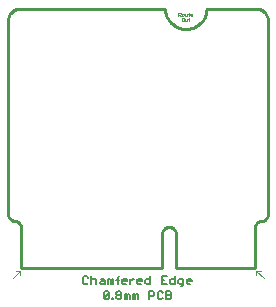
<source format=gko>
G04 EAGLE Gerber RS-274X export*
G75*
%MOMM*%
%FSLAX34Y34*%
%LPD*%
%IN*%
%IPPOS*%
%AMOC8*
5,1,8,0,0,1.08239X$1,22.5*%
G01*
%ADD10C,0.050000*%
%ADD11C,0.050800*%
%ADD12C,0.101600*%
%ADD13C,0.127000*%
%ADD14C,0.025400*%
%ADD15C,0.254000*%


D10*
X0Y46000D02*
X0Y210000D01*
X220000Y210000D02*
X220000Y46000D01*
X220000Y210000D02*
X219991Y210248D01*
X219976Y210495D01*
X219955Y210742D01*
X219928Y210988D01*
X219895Y211233D01*
X219856Y211478D01*
X219812Y211722D01*
X219761Y211964D01*
X219705Y212205D01*
X219642Y212445D01*
X219574Y212683D01*
X219501Y212920D01*
X219421Y213154D01*
X219336Y213387D01*
X219246Y213617D01*
X219149Y213846D01*
X219048Y214072D01*
X218941Y214295D01*
X218828Y214516D01*
X218710Y214734D01*
X218587Y214949D01*
X218459Y215160D01*
X218326Y215369D01*
X218188Y215575D01*
X218045Y215777D01*
X217897Y215976D01*
X217744Y216171D01*
X217586Y216362D01*
X217424Y216549D01*
X217258Y216733D01*
X217087Y216912D01*
X216912Y217087D01*
X216733Y217258D01*
X216549Y217424D01*
X216362Y217586D01*
X216171Y217744D01*
X215976Y217897D01*
X215777Y218045D01*
X215575Y218188D01*
X215369Y218326D01*
X215160Y218459D01*
X214949Y218587D01*
X214734Y218710D01*
X214516Y218828D01*
X214295Y218941D01*
X214072Y219048D01*
X213846Y219149D01*
X213617Y219246D01*
X213387Y219336D01*
X213154Y219421D01*
X212920Y219501D01*
X212683Y219574D01*
X212445Y219642D01*
X212205Y219705D01*
X211964Y219761D01*
X211722Y219812D01*
X211478Y219856D01*
X211233Y219895D01*
X210988Y219928D01*
X210742Y219955D01*
X210495Y219976D01*
X210248Y219991D01*
X210000Y220000D01*
X10000Y220000D02*
X9752Y219991D01*
X9505Y219976D01*
X9258Y219955D01*
X9012Y219928D01*
X8767Y219895D01*
X8522Y219856D01*
X8278Y219812D01*
X8036Y219761D01*
X7795Y219705D01*
X7555Y219642D01*
X7317Y219574D01*
X7080Y219501D01*
X6846Y219421D01*
X6613Y219336D01*
X6383Y219246D01*
X6154Y219149D01*
X5928Y219048D01*
X5705Y218941D01*
X5484Y218828D01*
X5266Y218710D01*
X5051Y218587D01*
X4840Y218459D01*
X4631Y218326D01*
X4425Y218188D01*
X4223Y218045D01*
X4024Y217897D01*
X3829Y217744D01*
X3638Y217586D01*
X3451Y217424D01*
X3267Y217258D01*
X3088Y217087D01*
X2913Y216912D01*
X2742Y216733D01*
X2576Y216549D01*
X2414Y216362D01*
X2256Y216171D01*
X2103Y215976D01*
X1955Y215777D01*
X1812Y215575D01*
X1674Y215369D01*
X1541Y215160D01*
X1413Y214949D01*
X1290Y214734D01*
X1172Y214516D01*
X1059Y214295D01*
X952Y214072D01*
X851Y213846D01*
X754Y213617D01*
X664Y213387D01*
X579Y213154D01*
X499Y212920D01*
X426Y212683D01*
X358Y212445D01*
X295Y212205D01*
X239Y211964D01*
X188Y211722D01*
X144Y211478D01*
X105Y211233D01*
X72Y210988D01*
X45Y210742D01*
X24Y210495D01*
X9Y210248D01*
X0Y210000D01*
X-1Y46000D02*
X6Y45844D01*
X16Y45688D01*
X30Y45533D01*
X48Y45378D01*
X70Y45224D01*
X96Y45070D01*
X126Y44917D01*
X160Y44765D01*
X197Y44614D01*
X238Y44463D01*
X283Y44314D01*
X332Y44166D01*
X385Y44019D01*
X441Y43874D01*
X501Y43730D01*
X564Y43587D01*
X631Y43447D01*
X702Y43308D01*
X776Y43170D01*
X854Y43035D01*
X934Y42902D01*
X1019Y42771D01*
X1106Y42642D01*
X1197Y42515D01*
X1291Y42390D01*
X1388Y42268D01*
X1488Y42149D01*
X1591Y42032D01*
X1697Y41918D01*
X1806Y41806D01*
X1918Y41697D01*
X2032Y41591D01*
X2149Y41488D01*
X2268Y41388D01*
X2390Y41291D01*
X2515Y41197D01*
X2642Y41106D01*
X2771Y41019D01*
X2902Y40934D01*
X3035Y40854D01*
X3170Y40776D01*
X3308Y40702D01*
X3447Y40631D01*
X3587Y40564D01*
X3730Y40501D01*
X3874Y40441D01*
X4019Y40385D01*
X4166Y40332D01*
X4314Y40283D01*
X4463Y40238D01*
X4614Y40197D01*
X4765Y40160D01*
X4917Y40126D01*
X5070Y40096D01*
X5224Y40070D01*
X5378Y40048D01*
X5533Y40030D01*
X5688Y40016D01*
X5844Y40006D01*
X6000Y39999D01*
X214000Y39999D02*
X214156Y40006D01*
X214312Y40016D01*
X214467Y40030D01*
X214622Y40048D01*
X214776Y40070D01*
X214930Y40096D01*
X215083Y40126D01*
X215235Y40160D01*
X215386Y40197D01*
X215537Y40238D01*
X215686Y40283D01*
X215834Y40332D01*
X215981Y40385D01*
X216126Y40441D01*
X216270Y40501D01*
X216413Y40564D01*
X216553Y40631D01*
X216692Y40702D01*
X216830Y40776D01*
X216965Y40854D01*
X217098Y40934D01*
X217229Y41019D01*
X217358Y41106D01*
X217485Y41197D01*
X217610Y41291D01*
X217732Y41388D01*
X217851Y41488D01*
X217968Y41591D01*
X218082Y41697D01*
X218194Y41806D01*
X218303Y41918D01*
X218409Y42032D01*
X218512Y42149D01*
X218612Y42268D01*
X218709Y42390D01*
X218803Y42515D01*
X218894Y42642D01*
X218981Y42771D01*
X219066Y42902D01*
X219146Y43035D01*
X219224Y43170D01*
X219298Y43308D01*
X219369Y43447D01*
X219436Y43587D01*
X219499Y43730D01*
X219559Y43874D01*
X219615Y44019D01*
X219668Y44166D01*
X219717Y44314D01*
X219762Y44463D01*
X219803Y44614D01*
X219840Y44765D01*
X219874Y44917D01*
X219904Y45070D01*
X219930Y45224D01*
X219952Y45378D01*
X219970Y45533D01*
X219984Y45688D01*
X219994Y45844D01*
X220001Y46000D01*
D11*
X209250Y0D02*
X142250Y0D01*
X130250Y0D02*
X10750Y0D01*
X10750Y35000D01*
X209250Y35000D02*
X209250Y0D01*
X209250Y35000D02*
X209254Y35140D01*
X209263Y35280D01*
X209275Y35420D01*
X209291Y35559D01*
X209311Y35698D01*
X209334Y35836D01*
X209362Y35974D01*
X209393Y36110D01*
X209428Y36246D01*
X209467Y36381D01*
X209509Y36515D01*
X209555Y36647D01*
X209605Y36778D01*
X209658Y36908D01*
X209715Y37036D01*
X209775Y37163D01*
X209838Y37288D01*
X209906Y37411D01*
X209976Y37532D01*
X210050Y37651D01*
X210127Y37769D01*
X210207Y37884D01*
X210290Y37996D01*
X210377Y38107D01*
X210466Y38215D01*
X210558Y38320D01*
X210653Y38423D01*
X210751Y38524D01*
X210852Y38621D01*
X210955Y38716D01*
X211061Y38808D01*
X211170Y38897D01*
X211280Y38983D01*
X211393Y39066D01*
X211509Y39146D01*
X211626Y39222D01*
X211746Y39296D01*
X211867Y39366D01*
X211991Y39432D01*
X212116Y39495D01*
X212243Y39555D01*
X212371Y39611D01*
X212501Y39664D01*
X212632Y39713D01*
X212765Y39759D01*
X212899Y39801D01*
X213034Y39839D01*
X213170Y39873D01*
X213306Y39904D01*
X213444Y39931D01*
X213582Y39954D01*
X213721Y39973D01*
X213861Y39989D01*
X214000Y40001D01*
X10750Y35000D02*
X10744Y35142D01*
X10734Y35285D01*
X10720Y35426D01*
X10702Y35568D01*
X10681Y35709D01*
X10655Y35849D01*
X10626Y35988D01*
X10593Y36127D01*
X10556Y36264D01*
X10515Y36401D01*
X10470Y36536D01*
X10422Y36670D01*
X10370Y36803D01*
X10314Y36934D01*
X10255Y37064D01*
X10192Y37192D01*
X10126Y37318D01*
X10056Y37442D01*
X9983Y37564D01*
X9907Y37684D01*
X9827Y37802D01*
X9744Y37918D01*
X9658Y38032D01*
X9569Y38143D01*
X9476Y38251D01*
X9381Y38357D01*
X9283Y38461D01*
X9182Y38561D01*
X9078Y38659D01*
X8972Y38754D01*
X8863Y38846D01*
X8752Y38934D01*
X8638Y39020D01*
X8522Y39103D01*
X8403Y39182D01*
X8283Y39258D01*
X8160Y39331D01*
X8036Y39400D01*
X7909Y39466D01*
X7781Y39528D01*
X7651Y39587D01*
X7520Y39642D01*
X7387Y39693D01*
X7253Y39741D01*
X7117Y39785D01*
X6981Y39825D01*
X6843Y39862D01*
X6704Y39894D01*
X6565Y39923D01*
X6424Y39948D01*
X6284Y39969D01*
X6142Y39986D01*
X6000Y40000D01*
D12*
X142250Y29000D02*
X142250Y0D01*
X130250Y0D02*
X130250Y29000D01*
X130252Y29153D01*
X130258Y29306D01*
X130268Y29459D01*
X130281Y29612D01*
X130299Y29764D01*
X130320Y29916D01*
X130346Y30067D01*
X130375Y30217D01*
X130408Y30367D01*
X130445Y30516D01*
X130485Y30664D01*
X130530Y30810D01*
X130578Y30956D01*
X130630Y31100D01*
X130685Y31243D01*
X130744Y31384D01*
X130807Y31524D01*
X130873Y31662D01*
X130943Y31799D01*
X131016Y31933D01*
X131093Y32066D01*
X131173Y32197D01*
X131256Y32325D01*
X131342Y32452D01*
X131432Y32576D01*
X131525Y32698D01*
X131621Y32817D01*
X131720Y32934D01*
X131822Y33049D01*
X131927Y33161D01*
X132035Y33270D01*
X132145Y33376D01*
X132258Y33479D01*
X132374Y33580D01*
X132492Y33677D01*
X132613Y33772D01*
X132736Y33863D01*
X132861Y33951D01*
X132989Y34036D01*
X133118Y34118D01*
X133250Y34196D01*
X133384Y34271D01*
X133519Y34343D01*
X133657Y34411D01*
X133796Y34475D01*
X133936Y34536D01*
X134078Y34593D01*
X134222Y34647D01*
X134367Y34697D01*
X134513Y34743D01*
X134660Y34786D01*
X134808Y34824D01*
X134958Y34859D01*
X135108Y34890D01*
X135258Y34918D01*
X135410Y34941D01*
X135562Y34960D01*
X135714Y34976D01*
X135867Y34988D01*
X136020Y34996D01*
X136173Y35000D01*
X136327Y35000D01*
X136480Y34996D01*
X136633Y34988D01*
X136786Y34976D01*
X136938Y34960D01*
X137090Y34941D01*
X137242Y34918D01*
X137392Y34890D01*
X137542Y34859D01*
X137692Y34824D01*
X137840Y34786D01*
X137987Y34743D01*
X138133Y34697D01*
X138278Y34647D01*
X138422Y34593D01*
X138564Y34536D01*
X138704Y34475D01*
X138843Y34411D01*
X138981Y34343D01*
X139116Y34271D01*
X139250Y34196D01*
X139382Y34118D01*
X139511Y34036D01*
X139639Y33951D01*
X139764Y33863D01*
X139887Y33772D01*
X140008Y33677D01*
X140126Y33580D01*
X140242Y33479D01*
X140355Y33376D01*
X140465Y33270D01*
X140573Y33161D01*
X140678Y33049D01*
X140780Y32934D01*
X140879Y32817D01*
X140975Y32698D01*
X141068Y32576D01*
X141158Y32452D01*
X141244Y32325D01*
X141327Y32197D01*
X141407Y32066D01*
X141484Y31933D01*
X141557Y31799D01*
X141627Y31662D01*
X141693Y31524D01*
X141756Y31384D01*
X141815Y31243D01*
X141870Y31100D01*
X141922Y30956D01*
X141970Y30810D01*
X142015Y30664D01*
X142055Y30516D01*
X142092Y30367D01*
X142125Y30217D01*
X142154Y30067D01*
X142180Y29916D01*
X142201Y29764D01*
X142219Y29612D01*
X142232Y29459D01*
X142242Y29306D01*
X142248Y29153D01*
X142250Y29000D01*
D10*
X214000Y39999D02*
X214156Y40006D01*
X214312Y40016D01*
X214467Y40030D01*
X214622Y40048D01*
X214776Y40070D01*
X214930Y40096D01*
X215083Y40126D01*
X215235Y40160D01*
X215386Y40197D01*
X215537Y40238D01*
X215686Y40283D01*
X215834Y40332D01*
X215981Y40385D01*
X216126Y40441D01*
X216270Y40501D01*
X216413Y40564D01*
X216553Y40631D01*
X216692Y40702D01*
X216830Y40776D01*
X216965Y40854D01*
X217098Y40934D01*
X217229Y41019D01*
X217358Y41106D01*
X217485Y41197D01*
X217610Y41291D01*
X217732Y41388D01*
X217851Y41488D01*
X217968Y41591D01*
X218082Y41697D01*
X218194Y41806D01*
X218303Y41918D01*
X218409Y42032D01*
X218512Y42149D01*
X218612Y42268D01*
X218709Y42390D01*
X218803Y42515D01*
X218894Y42642D01*
X218981Y42771D01*
X219066Y42902D01*
X219146Y43035D01*
X219224Y43170D01*
X219298Y43308D01*
X219369Y43447D01*
X219436Y43587D01*
X219499Y43730D01*
X219559Y43874D01*
X219615Y44019D01*
X219668Y44166D01*
X219717Y44314D01*
X219762Y44463D01*
X219803Y44614D01*
X219840Y44765D01*
X219874Y44917D01*
X219904Y45070D01*
X219930Y45224D01*
X219952Y45378D01*
X219970Y45533D01*
X219984Y45688D01*
X219994Y45844D01*
X220001Y46000D01*
X6000Y39999D02*
X5844Y40006D01*
X5688Y40016D01*
X5533Y40030D01*
X5378Y40048D01*
X5224Y40070D01*
X5070Y40096D01*
X4917Y40126D01*
X4765Y40160D01*
X4614Y40197D01*
X4463Y40238D01*
X4314Y40283D01*
X4166Y40332D01*
X4019Y40385D01*
X3874Y40441D01*
X3730Y40501D01*
X3587Y40564D01*
X3447Y40631D01*
X3308Y40702D01*
X3170Y40776D01*
X3035Y40854D01*
X2902Y40934D01*
X2771Y41019D01*
X2642Y41106D01*
X2515Y41197D01*
X2390Y41291D01*
X2268Y41388D01*
X2149Y41488D01*
X2032Y41591D01*
X1918Y41697D01*
X1806Y41806D01*
X1697Y41918D01*
X1591Y42032D01*
X1488Y42149D01*
X1388Y42268D01*
X1291Y42390D01*
X1197Y42515D01*
X1106Y42642D01*
X1019Y42771D01*
X934Y42902D01*
X854Y43035D01*
X776Y43170D01*
X702Y43308D01*
X631Y43447D01*
X564Y43587D01*
X501Y43730D01*
X441Y43874D01*
X385Y44019D01*
X332Y44166D01*
X283Y44314D01*
X238Y44463D01*
X197Y44614D01*
X160Y44765D01*
X126Y44917D01*
X96Y45070D01*
X70Y45224D01*
X48Y45378D01*
X30Y45533D01*
X16Y45688D01*
X6Y45844D01*
X-1Y46000D01*
X10000Y220000D02*
X133000Y220000D01*
X168000Y220000D02*
X210000Y220000D01*
X150500Y202500D02*
X150077Y202505D01*
X149655Y202520D01*
X149232Y202546D01*
X148811Y202582D01*
X148391Y202628D01*
X147971Y202684D01*
X147554Y202750D01*
X147138Y202826D01*
X146724Y202912D01*
X146312Y203009D01*
X145903Y203115D01*
X145496Y203231D01*
X145092Y203357D01*
X144692Y203492D01*
X144294Y203637D01*
X143901Y203792D01*
X143511Y203956D01*
X143125Y204130D01*
X142744Y204313D01*
X142367Y204505D01*
X141995Y204706D01*
X141628Y204916D01*
X141266Y205134D01*
X140910Y205362D01*
X140559Y205598D01*
X140214Y205842D01*
X139875Y206095D01*
X139542Y206356D01*
X139215Y206624D01*
X138895Y206901D01*
X138582Y207185D01*
X138276Y207477D01*
X137977Y207776D01*
X137685Y208082D01*
X137401Y208395D01*
X137124Y208715D01*
X136856Y209042D01*
X136595Y209375D01*
X136342Y209714D01*
X136098Y210059D01*
X135862Y210410D01*
X135634Y210766D01*
X135416Y211128D01*
X135206Y211495D01*
X135005Y211867D01*
X134813Y212244D01*
X134630Y212625D01*
X134456Y213011D01*
X134292Y213401D01*
X134137Y213794D01*
X133992Y214192D01*
X133857Y214592D01*
X133731Y214996D01*
X133615Y215403D01*
X133509Y215812D01*
X133412Y216224D01*
X133326Y216638D01*
X133250Y217054D01*
X133184Y217471D01*
X133128Y217891D01*
X133082Y218311D01*
X133046Y218732D01*
X133020Y219155D01*
X133005Y219577D01*
X133000Y220000D01*
X150500Y202500D02*
X150923Y202505D01*
X151345Y202520D01*
X151768Y202546D01*
X152189Y202582D01*
X152609Y202628D01*
X153029Y202684D01*
X153446Y202750D01*
X153862Y202826D01*
X154276Y202912D01*
X154688Y203009D01*
X155097Y203115D01*
X155504Y203231D01*
X155908Y203357D01*
X156308Y203492D01*
X156706Y203637D01*
X157099Y203792D01*
X157489Y203956D01*
X157875Y204130D01*
X158256Y204313D01*
X158633Y204505D01*
X159005Y204706D01*
X159372Y204916D01*
X159734Y205134D01*
X160090Y205362D01*
X160441Y205598D01*
X160786Y205842D01*
X161125Y206095D01*
X161458Y206356D01*
X161785Y206624D01*
X162105Y206901D01*
X162418Y207185D01*
X162724Y207477D01*
X163023Y207776D01*
X163315Y208082D01*
X163599Y208395D01*
X163876Y208715D01*
X164144Y209042D01*
X164405Y209375D01*
X164658Y209714D01*
X164902Y210059D01*
X165138Y210410D01*
X165366Y210766D01*
X165584Y211128D01*
X165794Y211495D01*
X165995Y211867D01*
X166187Y212244D01*
X166370Y212625D01*
X166544Y213011D01*
X166708Y213401D01*
X166863Y213794D01*
X167008Y214192D01*
X167143Y214592D01*
X167269Y214996D01*
X167385Y215403D01*
X167491Y215812D01*
X167588Y216224D01*
X167674Y216638D01*
X167750Y217054D01*
X167816Y217471D01*
X167872Y217891D01*
X167918Y218311D01*
X167954Y218732D01*
X167980Y219155D01*
X167995Y219577D01*
X168000Y220000D01*
D13*
X66742Y-6820D02*
X67801Y-7879D01*
X66742Y-6820D02*
X64624Y-6820D01*
X63564Y-7879D01*
X63564Y-12116D01*
X64624Y-13175D01*
X66742Y-13175D01*
X67801Y-12116D01*
X70581Y-13175D02*
X70581Y-6820D01*
X71640Y-8938D02*
X70581Y-9997D01*
X71640Y-8938D02*
X73758Y-8938D01*
X74818Y-9997D01*
X74818Y-13175D01*
X78656Y-8938D02*
X80775Y-8938D01*
X81834Y-9997D01*
X81834Y-13175D01*
X78656Y-13175D01*
X77597Y-12116D01*
X78656Y-11057D01*
X81834Y-11057D01*
X84613Y-13175D02*
X84613Y-8938D01*
X85673Y-8938D01*
X86732Y-9997D01*
X86732Y-13175D01*
X86732Y-9997D02*
X87791Y-8938D01*
X88850Y-9997D01*
X88850Y-13175D01*
X92689Y-13175D02*
X92689Y-7879D01*
X93748Y-6820D01*
X93748Y-9997D02*
X91630Y-9997D01*
X97367Y-13175D02*
X99485Y-13175D01*
X97367Y-13175D02*
X96307Y-12116D01*
X96307Y-9997D01*
X97367Y-8938D01*
X99485Y-8938D01*
X100544Y-9997D01*
X100544Y-11057D01*
X96307Y-11057D01*
X103324Y-13175D02*
X103324Y-8938D01*
X105442Y-8938D02*
X103324Y-11057D01*
X105442Y-8938D02*
X106501Y-8938D01*
X110230Y-13175D02*
X112348Y-13175D01*
X110230Y-13175D02*
X109171Y-12116D01*
X109171Y-9997D01*
X110230Y-8938D01*
X112348Y-8938D01*
X113408Y-9997D01*
X113408Y-11057D01*
X109171Y-11057D01*
X120424Y-13175D02*
X120424Y-6820D01*
X120424Y-13175D02*
X117246Y-13175D01*
X116187Y-12116D01*
X116187Y-9997D01*
X117246Y-8938D01*
X120424Y-8938D01*
X130220Y-6820D02*
X134457Y-6820D01*
X130220Y-6820D02*
X130220Y-13175D01*
X134457Y-13175D01*
X132338Y-9997D02*
X130220Y-9997D01*
X141473Y-6820D02*
X141473Y-13175D01*
X138295Y-13175D01*
X137236Y-12116D01*
X137236Y-9997D01*
X138295Y-8938D01*
X141473Y-8938D01*
X146371Y-15293D02*
X147430Y-15293D01*
X148490Y-14234D01*
X148490Y-8938D01*
X145312Y-8938D01*
X144253Y-9997D01*
X144253Y-12116D01*
X145312Y-13175D01*
X148490Y-13175D01*
X152328Y-13175D02*
X154447Y-13175D01*
X152328Y-13175D02*
X151269Y-12116D01*
X151269Y-9997D01*
X152328Y-8938D01*
X154447Y-8938D01*
X155506Y-9997D01*
X155506Y-11057D01*
X151269Y-11057D01*
D12*
X210290Y-2000D02*
X216290Y-8000D01*
X210290Y-6000D02*
X210290Y-2000D01*
X214290Y-2000D01*
X10290Y-2000D02*
X4290Y-8000D01*
X6290Y-2000D02*
X10290Y-2000D01*
X10290Y-6000D01*
D13*
X81105Y-20579D02*
X81105Y-24816D01*
X81105Y-20579D02*
X82165Y-19520D01*
X84283Y-19520D01*
X85342Y-20579D01*
X85342Y-24816D01*
X84283Y-25875D01*
X82165Y-25875D01*
X81105Y-24816D01*
X85342Y-20579D01*
X88122Y-24816D02*
X88122Y-25875D01*
X88122Y-24816D02*
X89181Y-24816D01*
X89181Y-25875D01*
X88122Y-25875D01*
X91630Y-20579D02*
X92689Y-19520D01*
X94808Y-19520D01*
X95867Y-20579D01*
X95867Y-21638D01*
X94808Y-22697D01*
X95867Y-23757D01*
X95867Y-24816D01*
X94808Y-25875D01*
X92689Y-25875D01*
X91630Y-24816D01*
X91630Y-23757D01*
X92689Y-22697D01*
X91630Y-21638D01*
X91630Y-20579D01*
X92689Y-22697D02*
X94808Y-22697D01*
X98646Y-21638D02*
X98646Y-25875D01*
X98646Y-21638D02*
X99705Y-21638D01*
X100765Y-22697D01*
X100765Y-25875D01*
X100765Y-22697D02*
X101824Y-21638D01*
X102883Y-22697D01*
X102883Y-25875D01*
X105663Y-25875D02*
X105663Y-21638D01*
X106722Y-21638D01*
X107781Y-22697D01*
X107781Y-25875D01*
X107781Y-22697D02*
X108840Y-21638D01*
X109900Y-22697D01*
X109900Y-25875D01*
X119695Y-25875D02*
X119695Y-19520D01*
X122873Y-19520D01*
X123932Y-20579D01*
X123932Y-22697D01*
X122873Y-23757D01*
X119695Y-23757D01*
X129889Y-19520D02*
X130949Y-20579D01*
X129889Y-19520D02*
X127771Y-19520D01*
X126712Y-20579D01*
X126712Y-24816D01*
X127771Y-25875D01*
X129889Y-25875D01*
X130949Y-24816D01*
X133728Y-25875D02*
X133728Y-19520D01*
X136906Y-19520D01*
X137965Y-20579D01*
X137965Y-21638D01*
X136906Y-22697D01*
X137965Y-23757D01*
X137965Y-24816D01*
X136906Y-25875D01*
X133728Y-25875D01*
X133728Y-22697D02*
X136906Y-22697D01*
D14*
X144172Y213877D02*
X144172Y216625D01*
X145546Y216625D01*
X146004Y216167D01*
X146004Y215251D01*
X145546Y214793D01*
X144172Y214793D01*
X145088Y214793D02*
X146004Y213877D01*
X147392Y213877D02*
X148308Y213877D01*
X148766Y214335D01*
X148766Y215251D01*
X148308Y215709D01*
X147392Y215709D01*
X146934Y215251D01*
X146934Y214335D01*
X147392Y213877D01*
X149696Y214335D02*
X149696Y215709D01*
X149696Y214335D02*
X150154Y213877D01*
X151528Y213877D01*
X151528Y215709D01*
X152917Y216167D02*
X152917Y214335D01*
X153375Y213877D01*
X153375Y215709D02*
X152459Y215709D01*
X154758Y213877D02*
X155674Y213877D01*
X154758Y213877D02*
X154300Y214335D01*
X154300Y215251D01*
X154758Y215709D01*
X155674Y215709D01*
X156132Y215251D01*
X156132Y214793D01*
X154300Y214793D01*
X148308Y212125D02*
X147392Y212125D01*
X146934Y211667D01*
X146934Y209835D01*
X147392Y209377D01*
X148308Y209377D01*
X148766Y209835D01*
X148766Y211667D01*
X148308Y212125D01*
X149696Y211209D02*
X149696Y209835D01*
X150154Y209377D01*
X151528Y209377D01*
X151528Y211209D01*
X152917Y211667D02*
X152917Y209835D01*
X153375Y209377D01*
X153375Y211209D02*
X152459Y211209D01*
D15*
X0Y46000D02*
X8Y45808D01*
X64Y45272D01*
X166Y44743D01*
X313Y44225D01*
X505Y43721D01*
X740Y43237D01*
X1017Y42774D01*
X1333Y42338D01*
X1686Y41931D01*
X2072Y41556D01*
X2491Y41216D01*
X2937Y40914D01*
X3407Y40652D01*
X3899Y40432D01*
X4408Y40255D01*
X4931Y40124D01*
X5463Y40039D01*
X6000Y40000D01*
X6342Y39961D01*
X6784Y39876D01*
X7217Y39753D01*
X7638Y39593D01*
X8043Y39396D01*
X8430Y39165D01*
X8795Y38901D01*
X9135Y38606D01*
X9449Y38283D01*
X9733Y37933D01*
X9986Y37561D01*
X10205Y37167D01*
X10389Y36756D01*
X10536Y36331D01*
X10646Y35894D01*
X10718Y35449D01*
X10750Y35000D01*
X10750Y0D01*
X130250Y0D01*
X130250Y29000D01*
X130273Y29523D01*
X130341Y30042D01*
X130454Y30553D01*
X130612Y31052D01*
X130812Y31536D01*
X131054Y32000D01*
X131335Y32441D01*
X131654Y32857D01*
X132007Y33243D01*
X132393Y33596D01*
X132809Y33915D01*
X133250Y34196D01*
X133714Y34438D01*
X134198Y34638D01*
X134697Y34796D01*
X135208Y34909D01*
X135727Y34977D01*
X136250Y35000D01*
X136773Y34977D01*
X137292Y34909D01*
X137803Y34796D01*
X138302Y34638D01*
X138786Y34438D01*
X139250Y34196D01*
X139691Y33915D01*
X140107Y33596D01*
X140493Y33243D01*
X140846Y32857D01*
X141165Y32441D01*
X141446Y32000D01*
X141688Y31536D01*
X141888Y31052D01*
X142046Y30553D01*
X142159Y30042D01*
X142227Y29523D01*
X142250Y29000D01*
X142250Y0D01*
X209250Y0D01*
X209250Y35000D01*
X209277Y35440D01*
X209343Y35881D01*
X209447Y36314D01*
X209588Y36736D01*
X209766Y37145D01*
X209979Y37536D01*
X210225Y37908D01*
X210502Y38256D01*
X210809Y38580D01*
X211142Y38875D01*
X211501Y39140D01*
X211880Y39372D01*
X212279Y39571D01*
X212694Y39734D01*
X213121Y39861D01*
X213557Y39950D01*
X214000Y40000D01*
X214192Y40008D01*
X214728Y40064D01*
X215257Y40166D01*
X215775Y40313D01*
X216279Y40505D01*
X216763Y40740D01*
X217226Y41017D01*
X217662Y41333D01*
X218069Y41686D01*
X218444Y42072D01*
X218784Y42491D01*
X219086Y42937D01*
X219348Y43407D01*
X219568Y43899D01*
X219745Y44408D01*
X219876Y44931D01*
X219961Y45463D01*
X220000Y46000D01*
X220000Y210000D01*
X219983Y210394D01*
X219888Y211284D01*
X219715Y212161D01*
X219467Y213021D01*
X219145Y213855D01*
X218752Y214659D01*
X218290Y215424D01*
X217763Y216147D01*
X217175Y216821D01*
X216530Y217441D01*
X215834Y218003D01*
X215092Y218502D01*
X214308Y218934D01*
X213491Y219296D01*
X212644Y219586D01*
X211776Y219801D01*
X210892Y219939D01*
X210000Y220000D01*
X168000Y220000D01*
X167933Y218475D01*
X167734Y216961D01*
X167404Y215471D01*
X166945Y214015D01*
X166360Y212604D01*
X165655Y211250D01*
X164835Y209962D01*
X163906Y208751D01*
X162874Y207626D01*
X161749Y206594D01*
X160538Y205665D01*
X159250Y204845D01*
X157896Y204140D01*
X156485Y203555D01*
X155029Y203096D01*
X153539Y202766D01*
X152025Y202567D01*
X150500Y202500D01*
X148975Y202567D01*
X147461Y202766D01*
X145971Y203096D01*
X144515Y203555D01*
X143104Y204140D01*
X141750Y204845D01*
X140462Y205665D01*
X139251Y206594D01*
X138126Y207626D01*
X137094Y208751D01*
X136165Y209962D01*
X135345Y211250D01*
X134640Y212604D01*
X134055Y214015D01*
X133596Y215471D01*
X133266Y216961D01*
X133067Y218475D01*
X133000Y220000D01*
X10000Y220000D01*
X9606Y219983D01*
X8716Y219888D01*
X7839Y219715D01*
X6979Y219467D01*
X6145Y219145D01*
X5342Y218752D01*
X4576Y218290D01*
X3853Y217763D01*
X3179Y217175D01*
X2559Y216530D01*
X1997Y215834D01*
X1498Y215092D01*
X1066Y214308D01*
X704Y213491D01*
X414Y212644D01*
X199Y211776D01*
X61Y210892D01*
X0Y210000D01*
X0Y46000D01*
M02*

</source>
